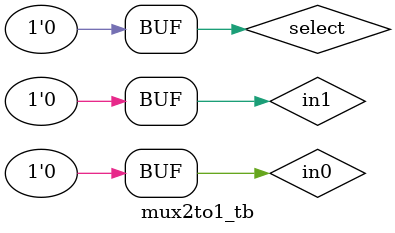
<source format=v>
`timescale 1 ns/10 ps  // time-unit = 1 ns, precision = 10 ps

module mux2to1_tb;

reg in0 =1, in1, select;
wire out;
// UUT/DUT
mux2_to1 uut(in0,in1,select,out);
// Command to print simulation signal values
initial begin
        $monitor("%t : Input_0: %b Input_1: %b Select: %b  -- Output: %b", $time, in0, in1, select, out); 
end

// Sequent input of the simulation
initial begin
	in0 <= 1'b1;
	in1 <= 1'b0;
	select <= 1'b0;
	
	#5 // Wait for 5 units of time
	select <= 1'b1;
	
	#5
	in1 <= 1'b1;
	
	#5
	in1 <= 1'b0;
	
	#5
	in0 <= 1'b0;
	
	#5
	select <= 1'b0;
	
	#5;
	//	$stop;   // end of simulation. Usually be used when we have clock signal in the design.
end
endmodule 

</source>
